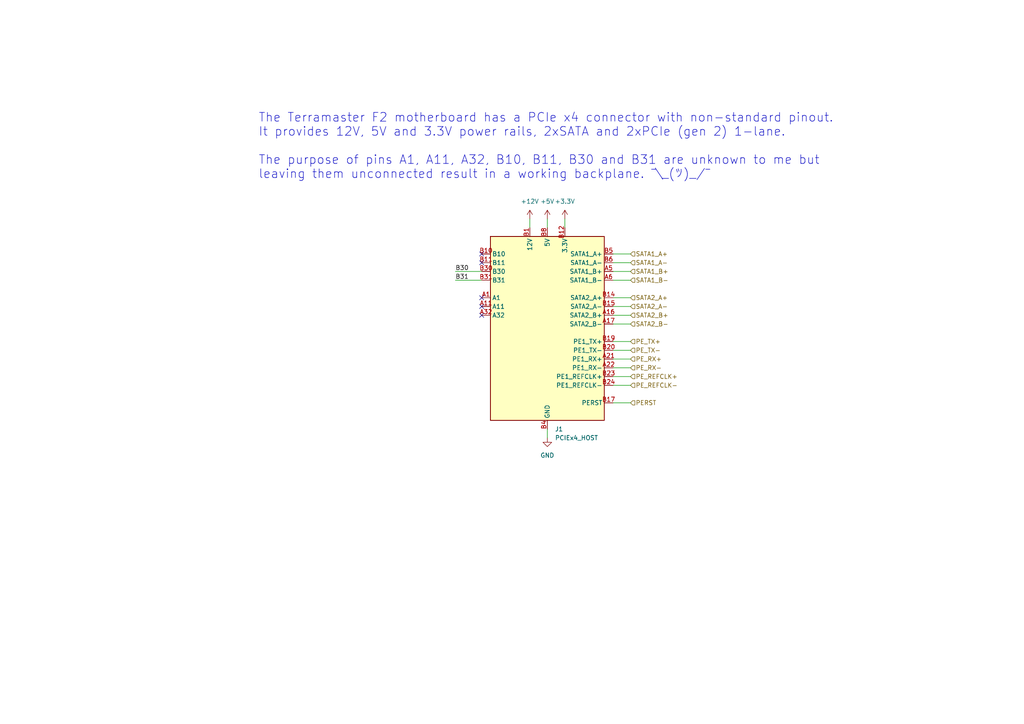
<source format=kicad_sch>
(kicad_sch
	(version 20250114)
	(generator "eeschema")
	(generator_version "9.0")
	(uuid "c4968856-88a1-49cc-b180-27249d3d5391")
	(paper "A4")
	(title_block
		(title "F3 Backplane Connector")
		(rev "1.0")
	)
	(lib_symbols
		(symbol "Connector_Backplane:PCIEx4_HOST"
			(exclude_from_sim no)
			(in_bom yes)
			(on_board yes)
			(property "Reference" "J"
				(at -15.24 21.59 0)
				(effects
					(font
						(size 1.27 1.27)
					)
				)
			)
			(property "Value" "PCIEx4_HOST"
				(at 6.35 0 0)
				(effects
					(font
						(size 1.27 1.27)
					)
				)
			)
			(property "Footprint" "Connector_Backplane:PCIEx4_HOST"
				(at 0 -12.7 0)
				(effects
					(font
						(size 1.27 1.27)
					)
					(hide yes)
				)
			)
			(property "Datasheet" ""
				(at 6.35 0 0)
				(effects
					(font
						(size 1.27 1.27)
					)
					(hide yes)
				)
			)
			(property "Description" ""
				(at 0 0 0)
				(effects
					(font
						(size 1.27 1.27)
					)
					(hide yes)
				)
			)
			(symbol "PCIEx4_HOST_0_1"
				(rectangle
					(start -16.51 17.78)
					(end 16.51 -35.56)
					(stroke
						(width 0.254)
						(type default)
					)
					(fill
						(type background)
					)
				)
			)
			(symbol "PCIEx4_HOST_1_1"
				(pin input line
					(at -19.05 12.7 0)
					(length 2.54)
					(name "B10"
						(effects
							(font
								(size 1.27 1.27)
							)
						)
					)
					(number "B10"
						(effects
							(font
								(size 1.27 1.27)
							)
						)
					)
				)
				(pin input line
					(at -19.05 10.16 0)
					(length 2.54)
					(name "B11"
						(effects
							(font
								(size 1.27 1.27)
							)
						)
					)
					(number "B11"
						(effects
							(font
								(size 1.27 1.27)
							)
						)
					)
				)
				(pin input line
					(at -19.05 7.62 0)
					(length 2.54)
					(name "B30"
						(effects
							(font
								(size 1.27 1.27)
							)
						)
					)
					(number "B30"
						(effects
							(font
								(size 1.27 1.27)
							)
						)
					)
				)
				(pin input line
					(at -19.05 5.08 0)
					(length 2.54)
					(name "B31"
						(effects
							(font
								(size 1.27 1.27)
							)
						)
					)
					(number "B31"
						(effects
							(font
								(size 1.27 1.27)
							)
						)
					)
				)
				(pin input line
					(at -19.05 0 0)
					(length 2.54)
					(name "A1"
						(effects
							(font
								(size 1.27 1.27)
							)
						)
					)
					(number "A1"
						(effects
							(font
								(size 1.27 1.27)
							)
						)
					)
				)
				(pin input line
					(at -19.05 -2.54 0)
					(length 2.54)
					(name "A11"
						(effects
							(font
								(size 1.27 1.27)
							)
						)
					)
					(number "A11"
						(effects
							(font
								(size 1.27 1.27)
							)
						)
					)
				)
				(pin input line
					(at -19.05 -5.08 0)
					(length 2.54)
					(name "A32"
						(effects
							(font
								(size 1.27 1.27)
							)
						)
					)
					(number "A32"
						(effects
							(font
								(size 1.27 1.27)
							)
						)
					)
				)
				(pin input line
					(at -5.08 20.32 270)
					(length 2.54)
					(hide yes)
					(name "12V"
						(effects
							(font
								(size 1.27 1.27)
							)
						)
					)
					(number "A2"
						(effects
							(font
								(size 1.27 1.27)
							)
						)
					)
				)
				(pin input line
					(at -5.08 20.32 270)
					(length 2.54)
					(hide yes)
					(name "12V"
						(effects
							(font
								(size 1.27 1.27)
							)
						)
					)
					(number "A3"
						(effects
							(font
								(size 1.27 1.27)
							)
						)
					)
				)
				(pin input line
					(at -5.08 20.32 270)
					(length 2.54)
					(name "12V"
						(effects
							(font
								(size 1.27 1.27)
							)
						)
					)
					(number "B1"
						(effects
							(font
								(size 1.27 1.27)
							)
						)
					)
				)
				(pin input line
					(at -5.08 20.32 270)
					(length 2.54)
					(hide yes)
					(name "12V"
						(effects
							(font
								(size 1.27 1.27)
							)
						)
					)
					(number "B2"
						(effects
							(font
								(size 1.27 1.27)
							)
						)
					)
				)
				(pin input line
					(at -5.08 20.32 270)
					(length 2.54)
					(hide yes)
					(name "12V"
						(effects
							(font
								(size 1.27 1.27)
							)
						)
					)
					(number "B3"
						(effects
							(font
								(size 1.27 1.27)
							)
						)
					)
				)
				(pin input line
					(at 0 20.32 270)
					(length 2.54)
					(hide yes)
					(name "5V"
						(effects
							(font
								(size 1.27 1.27)
							)
						)
					)
					(number "A10"
						(effects
							(font
								(size 1.27 1.27)
							)
						)
					)
				)
				(pin input line
					(at 0 20.32 270)
					(length 2.54)
					(hide yes)
					(name "5V"
						(effects
							(font
								(size 1.27 1.27)
							)
						)
					)
					(number "A8"
						(effects
							(font
								(size 1.27 1.27)
							)
						)
					)
				)
				(pin input line
					(at 0 20.32 270)
					(length 2.54)
					(hide yes)
					(name "5V"
						(effects
							(font
								(size 1.27 1.27)
							)
						)
					)
					(number "A9"
						(effects
							(font
								(size 1.27 1.27)
							)
						)
					)
				)
				(pin input line
					(at 0 20.32 270)
					(length 2.54)
					(name "5V"
						(effects
							(font
								(size 1.27 1.27)
							)
						)
					)
					(number "B8"
						(effects
							(font
								(size 1.27 1.27)
							)
						)
					)
				)
				(pin input line
					(at 0 20.32 270)
					(length 2.54)
					(hide yes)
					(name "5V"
						(effects
							(font
								(size 1.27 1.27)
							)
						)
					)
					(number "B9"
						(effects
							(font
								(size 1.27 1.27)
							)
						)
					)
				)
				(pin input line
					(at 0 -38.1 90)
					(length 2.54)
					(hide yes)
					(name "GND"
						(effects
							(font
								(size 1.27 1.27)
							)
						)
					)
					(number "A12"
						(effects
							(font
								(size 1.27 1.27)
							)
						)
					)
				)
				(pin input line
					(at 0 -38.1 90)
					(length 2.54)
					(hide yes)
					(name "GND"
						(effects
							(font
								(size 1.27 1.27)
							)
						)
					)
					(number "A15"
						(effects
							(font
								(size 1.27 1.27)
							)
						)
					)
				)
				(pin input line
					(at 0 -38.1 90)
					(length 2.54)
					(hide yes)
					(name "GND"
						(effects
							(font
								(size 1.27 1.27)
							)
						)
					)
					(number "A18"
						(effects
							(font
								(size 1.27 1.27)
							)
						)
					)
				)
				(pin input line
					(at 0 -38.1 90)
					(length 2.54)
					(hide yes)
					(name "GND"
						(effects
							(font
								(size 1.27 1.27)
							)
						)
					)
					(number "A20"
						(effects
							(font
								(size 1.27 1.27)
							)
						)
					)
				)
				(pin input line
					(at 0 -38.1 90)
					(length 2.54)
					(hide yes)
					(name "GND"
						(effects
							(font
								(size 1.27 1.27)
							)
						)
					)
					(number "A23"
						(effects
							(font
								(size 1.27 1.27)
							)
						)
					)
				)
				(pin input line
					(at 0 -38.1 90)
					(length 2.54)
					(hide yes)
					(name "GND"
						(effects
							(font
								(size 1.27 1.27)
							)
						)
					)
					(number "A24"
						(effects
							(font
								(size 1.27 1.27)
							)
						)
					)
				)
				(pin input line
					(at 0 -38.1 90)
					(length 2.54)
					(hide yes)
					(name "GND"
						(effects
							(font
								(size 1.27 1.27)
							)
						)
					)
					(number "A27"
						(effects
							(font
								(size 1.27 1.27)
							)
						)
					)
				)
				(pin input line
					(at 0 -38.1 90)
					(length 2.54)
					(hide yes)
					(name "GND"
						(effects
							(font
								(size 1.27 1.27)
							)
						)
					)
					(number "A28"
						(effects
							(font
								(size 1.27 1.27)
							)
						)
					)
				)
				(pin input line
					(at 0 -38.1 90)
					(length 2.54)
					(hide yes)
					(name "GND"
						(effects
							(font
								(size 1.27 1.27)
							)
						)
					)
					(number "A31"
						(effects
							(font
								(size 1.27 1.27)
							)
						)
					)
				)
				(pin input line
					(at 0 -38.1 90)
					(length 2.54)
					(hide yes)
					(name "GND"
						(effects
							(font
								(size 1.27 1.27)
							)
						)
					)
					(number "A4"
						(effects
							(font
								(size 1.27 1.27)
							)
						)
					)
				)
				(pin input line
					(at 0 -38.1 90)
					(length 2.54)
					(hide yes)
					(name "GND"
						(effects
							(font
								(size 1.27 1.27)
							)
						)
					)
					(number "B13"
						(effects
							(font
								(size 1.27 1.27)
							)
						)
					)
				)
				(pin input line
					(at 0 -38.1 90)
					(length 2.54)
					(hide yes)
					(name "GND"
						(effects
							(font
								(size 1.27 1.27)
							)
						)
					)
					(number "B16"
						(effects
							(font
								(size 1.27 1.27)
							)
						)
					)
				)
				(pin input line
					(at 0 -38.1 90)
					(length 2.54)
					(hide yes)
					(name "GND"
						(effects
							(font
								(size 1.27 1.27)
							)
						)
					)
					(number "B18"
						(effects
							(font
								(size 1.27 1.27)
							)
						)
					)
				)
				(pin input line
					(at 0 -38.1 90)
					(length 2.54)
					(hide yes)
					(name "GND"
						(effects
							(font
								(size 1.27 1.27)
							)
						)
					)
					(number "B21"
						(effects
							(font
								(size 1.27 1.27)
							)
						)
					)
				)
				(pin input line
					(at 0 -38.1 90)
					(length 2.54)
					(hide yes)
					(name "GND"
						(effects
							(font
								(size 1.27 1.27)
							)
						)
					)
					(number "B22"
						(effects
							(font
								(size 1.27 1.27)
							)
						)
					)
				)
				(pin input line
					(at 0 -38.1 90)
					(length 2.54)
					(hide yes)
					(name "GND"
						(effects
							(font
								(size 1.27 1.27)
							)
						)
					)
					(number "B25"
						(effects
							(font
								(size 1.27 1.27)
							)
						)
					)
				)
				(pin input line
					(at 0 -38.1 90)
					(length 2.54)
					(hide yes)
					(name "GND"
						(effects
							(font
								(size 1.27 1.27)
							)
						)
					)
					(number "B26"
						(effects
							(font
								(size 1.27 1.27)
							)
						)
					)
				)
				(pin input line
					(at 0 -38.1 90)
					(length 2.54)
					(hide yes)
					(name "GND"
						(effects
							(font
								(size 1.27 1.27)
							)
						)
					)
					(number "B29"
						(effects
							(font
								(size 1.27 1.27)
							)
						)
					)
				)
				(pin input line
					(at 0 -38.1 90)
					(length 2.54)
					(hide yes)
					(name "GND"
						(effects
							(font
								(size 1.27 1.27)
							)
						)
					)
					(number "B32"
						(effects
							(font
								(size 1.27 1.27)
							)
						)
					)
				)
				(pin input line
					(at 0 -38.1 90)
					(length 2.54)
					(name "GND"
						(effects
							(font
								(size 1.27 1.27)
							)
						)
					)
					(number "B4"
						(effects
							(font
								(size 1.27 1.27)
							)
						)
					)
				)
				(pin input line
					(at 0 -38.1 90)
					(length 2.54)
					(hide yes)
					(name "GND"
						(effects
							(font
								(size 1.27 1.27)
							)
						)
					)
					(number "B7"
						(effects
							(font
								(size 1.27 1.27)
							)
						)
					)
				)
				(pin input line
					(at 5.08 20.32 270)
					(length 2.54)
					(hide yes)
					(name "3.3V"
						(effects
							(font
								(size 1.27 1.27)
							)
						)
					)
					(number "A13"
						(effects
							(font
								(size 1.27 1.27)
							)
						)
					)
				)
				(pin input line
					(at 5.08 20.32 270)
					(length 2.54)
					(hide yes)
					(name "3.3V"
						(effects
							(font
								(size 1.27 1.27)
							)
						)
					)
					(number "A14"
						(effects
							(font
								(size 1.27 1.27)
							)
						)
					)
				)
				(pin input line
					(at 5.08 20.32 270)
					(length 2.54)
					(name "3.3V"
						(effects
							(font
								(size 1.27 1.27)
							)
						)
					)
					(number "B12"
						(effects
							(font
								(size 1.27 1.27)
							)
						)
					)
				)
				(pin input line
					(at 19.05 12.7 180)
					(length 2.54)
					(name "SATA1_A+"
						(effects
							(font
								(size 1.27 1.27)
							)
						)
					)
					(number "B5"
						(effects
							(font
								(size 1.27 1.27)
							)
						)
					)
				)
				(pin input line
					(at 19.05 10.16 180)
					(length 2.54)
					(name "SATA1_A-"
						(effects
							(font
								(size 1.27 1.27)
							)
						)
					)
					(number "B6"
						(effects
							(font
								(size 1.27 1.27)
							)
						)
					)
				)
				(pin input line
					(at 19.05 7.62 180)
					(length 2.54)
					(name "SATA1_B+"
						(effects
							(font
								(size 1.27 1.27)
							)
						)
					)
					(number "A5"
						(effects
							(font
								(size 1.27 1.27)
							)
						)
					)
				)
				(pin input line
					(at 19.05 5.08 180)
					(length 2.54)
					(name "SATA1_B-"
						(effects
							(font
								(size 1.27 1.27)
							)
						)
					)
					(number "A6"
						(effects
							(font
								(size 1.27 1.27)
							)
						)
					)
				)
				(pin input line
					(at 19.05 0 180)
					(length 2.54)
					(name "SATA2_A+"
						(effects
							(font
								(size 1.27 1.27)
							)
						)
					)
					(number "B14"
						(effects
							(font
								(size 1.27 1.27)
							)
						)
					)
				)
				(pin input line
					(at 19.05 -2.54 180)
					(length 2.54)
					(name "SATA2_A-"
						(effects
							(font
								(size 1.27 1.27)
							)
						)
					)
					(number "B15"
						(effects
							(font
								(size 1.27 1.27)
							)
						)
					)
				)
				(pin input line
					(at 19.05 -5.08 180)
					(length 2.54)
					(name "SATA2_B+"
						(effects
							(font
								(size 1.27 1.27)
							)
						)
					)
					(number "A16"
						(effects
							(font
								(size 1.27 1.27)
							)
						)
					)
				)
				(pin input line
					(at 19.05 -7.62 180)
					(length 2.54)
					(name "SATA2_B-"
						(effects
							(font
								(size 1.27 1.27)
							)
						)
					)
					(number "A17"
						(effects
							(font
								(size 1.27 1.27)
							)
						)
					)
				)
				(pin input line
					(at 19.05 -12.7 180)
					(length 2.54)
					(name "PE1_TX+"
						(effects
							(font
								(size 1.27 1.27)
							)
						)
					)
					(number "B19"
						(effects
							(font
								(size 1.27 1.27)
							)
						)
					)
				)
				(pin input line
					(at 19.05 -15.24 180)
					(length 2.54)
					(name "PE1_TX-"
						(effects
							(font
								(size 1.27 1.27)
							)
						)
					)
					(number "B20"
						(effects
							(font
								(size 1.27 1.27)
							)
						)
					)
				)
				(pin input line
					(at 19.05 -17.78 180)
					(length 2.54)
					(name "PE1_RX+"
						(effects
							(font
								(size 1.27 1.27)
							)
						)
					)
					(number "A21"
						(effects
							(font
								(size 1.27 1.27)
							)
						)
					)
				)
				(pin input line
					(at 19.05 -20.32 180)
					(length 2.54)
					(name "PE1_RX-"
						(effects
							(font
								(size 1.27 1.27)
							)
						)
					)
					(number "A22"
						(effects
							(font
								(size 1.27 1.27)
							)
						)
					)
				)
				(pin input line
					(at 19.05 -22.86 180)
					(length 2.54)
					(name "PE1_REFCLK+"
						(effects
							(font
								(size 1.27 1.27)
							)
						)
					)
					(number "B23"
						(effects
							(font
								(size 1.27 1.27)
							)
						)
					)
				)
				(pin input line
					(at 19.05 -25.4 180)
					(length 2.54)
					(name "PE1_REFCLK-"
						(effects
							(font
								(size 1.27 1.27)
							)
						)
					)
					(number "B24"
						(effects
							(font
								(size 1.27 1.27)
							)
						)
					)
				)
				(pin input line
					(at 19.05 -30.48 180)
					(length 2.54)
					(name "PERST"
						(effects
							(font
								(size 1.27 1.27)
							)
						)
					)
					(number "B17"
						(effects
							(font
								(size 1.27 1.27)
							)
						)
					)
				)
			)
			(embedded_fonts no)
		)
		(symbol "power:+12V"
			(power)
			(pin_names
				(offset 0)
			)
			(exclude_from_sim no)
			(in_bom yes)
			(on_board yes)
			(property "Reference" "#PWR"
				(at 0 -3.81 0)
				(effects
					(font
						(size 1.27 1.27)
					)
					(hide yes)
				)
			)
			(property "Value" "+12V"
				(at 0 3.556 0)
				(effects
					(font
						(size 1.27 1.27)
					)
				)
			)
			(property "Footprint" ""
				(at 0 0 0)
				(effects
					(font
						(size 1.27 1.27)
					)
					(hide yes)
				)
			)
			(property "Datasheet" ""
				(at 0 0 0)
				(effects
					(font
						(size 1.27 1.27)
					)
					(hide yes)
				)
			)
			(property "Description" "Power symbol creates a global label with name \"+12V\""
				(at 0 0 0)
				(effects
					(font
						(size 1.27 1.27)
					)
					(hide yes)
				)
			)
			(property "ki_keywords" "global power"
				(at 0 0 0)
				(effects
					(font
						(size 1.27 1.27)
					)
					(hide yes)
				)
			)
			(symbol "+12V_0_1"
				(polyline
					(pts
						(xy -0.762 1.27) (xy 0 2.54)
					)
					(stroke
						(width 0)
						(type default)
					)
					(fill
						(type none)
					)
				)
				(polyline
					(pts
						(xy 0 2.54) (xy 0.762 1.27)
					)
					(stroke
						(width 0)
						(type default)
					)
					(fill
						(type none)
					)
				)
				(polyline
					(pts
						(xy 0 0) (xy 0 2.54)
					)
					(stroke
						(width 0)
						(type default)
					)
					(fill
						(type none)
					)
				)
			)
			(symbol "+12V_1_1"
				(pin power_in line
					(at 0 0 90)
					(length 0)
					(hide yes)
					(name "+12V"
						(effects
							(font
								(size 1.27 1.27)
							)
						)
					)
					(number "1"
						(effects
							(font
								(size 1.27 1.27)
							)
						)
					)
				)
			)
			(embedded_fonts no)
		)
		(symbol "power:+3.3V"
			(power)
			(pin_names
				(offset 0)
			)
			(exclude_from_sim no)
			(in_bom yes)
			(on_board yes)
			(property "Reference" "#PWR"
				(at 0 -3.81 0)
				(effects
					(font
						(size 1.27 1.27)
					)
					(hide yes)
				)
			)
			(property "Value" "+3.3V"
				(at 0 3.556 0)
				(effects
					(font
						(size 1.27 1.27)
					)
				)
			)
			(property "Footprint" ""
				(at 0 0 0)
				(effects
					(font
						(size 1.27 1.27)
					)
					(hide yes)
				)
			)
			(property "Datasheet" ""
				(at 0 0 0)
				(effects
					(font
						(size 1.27 1.27)
					)
					(hide yes)
				)
			)
			(property "Description" "Power symbol creates a global label with name \"+3.3V\""
				(at 0 0 0)
				(effects
					(font
						(size 1.27 1.27)
					)
					(hide yes)
				)
			)
			(property "ki_keywords" "global power"
				(at 0 0 0)
				(effects
					(font
						(size 1.27 1.27)
					)
					(hide yes)
				)
			)
			(symbol "+3.3V_0_1"
				(polyline
					(pts
						(xy -0.762 1.27) (xy 0 2.54)
					)
					(stroke
						(width 0)
						(type default)
					)
					(fill
						(type none)
					)
				)
				(polyline
					(pts
						(xy 0 2.54) (xy 0.762 1.27)
					)
					(stroke
						(width 0)
						(type default)
					)
					(fill
						(type none)
					)
				)
				(polyline
					(pts
						(xy 0 0) (xy 0 2.54)
					)
					(stroke
						(width 0)
						(type default)
					)
					(fill
						(type none)
					)
				)
			)
			(symbol "+3.3V_1_1"
				(pin power_in line
					(at 0 0 90)
					(length 0)
					(hide yes)
					(name "+3.3V"
						(effects
							(font
								(size 1.27 1.27)
							)
						)
					)
					(number "1"
						(effects
							(font
								(size 1.27 1.27)
							)
						)
					)
				)
			)
			(embedded_fonts no)
		)
		(symbol "power:+5V"
			(power)
			(pin_names
				(offset 0)
			)
			(exclude_from_sim no)
			(in_bom yes)
			(on_board yes)
			(property "Reference" "#PWR"
				(at 0 -3.81 0)
				(effects
					(font
						(size 1.27 1.27)
					)
					(hide yes)
				)
			)
			(property "Value" "+5V"
				(at 0 3.556 0)
				(effects
					(font
						(size 1.27 1.27)
					)
				)
			)
			(property "Footprint" ""
				(at 0 0 0)
				(effects
					(font
						(size 1.27 1.27)
					)
					(hide yes)
				)
			)
			(property "Datasheet" ""
				(at 0 0 0)
				(effects
					(font
						(size 1.27 1.27)
					)
					(hide yes)
				)
			)
			(property "Description" "Power symbol creates a global label with name \"+5V\""
				(at 0 0 0)
				(effects
					(font
						(size 1.27 1.27)
					)
					(hide yes)
				)
			)
			(property "ki_keywords" "global power"
				(at 0 0 0)
				(effects
					(font
						(size 1.27 1.27)
					)
					(hide yes)
				)
			)
			(symbol "+5V_0_1"
				(polyline
					(pts
						(xy -0.762 1.27) (xy 0 2.54)
					)
					(stroke
						(width 0)
						(type default)
					)
					(fill
						(type none)
					)
				)
				(polyline
					(pts
						(xy 0 2.54) (xy 0.762 1.27)
					)
					(stroke
						(width 0)
						(type default)
					)
					(fill
						(type none)
					)
				)
				(polyline
					(pts
						(xy 0 0) (xy 0 2.54)
					)
					(stroke
						(width 0)
						(type default)
					)
					(fill
						(type none)
					)
				)
			)
			(symbol "+5V_1_1"
				(pin power_in line
					(at 0 0 90)
					(length 0)
					(hide yes)
					(name "+5V"
						(effects
							(font
								(size 1.27 1.27)
							)
						)
					)
					(number "1"
						(effects
							(font
								(size 1.27 1.27)
							)
						)
					)
				)
			)
			(embedded_fonts no)
		)
		(symbol "power:GND"
			(power)
			(pin_names
				(offset 0)
			)
			(exclude_from_sim no)
			(in_bom yes)
			(on_board yes)
			(property "Reference" "#PWR"
				(at 0 -6.35 0)
				(effects
					(font
						(size 1.27 1.27)
					)
					(hide yes)
				)
			)
			(property "Value" "GND"
				(at 0 -3.81 0)
				(effects
					(font
						(size 1.27 1.27)
					)
				)
			)
			(property "Footprint" ""
				(at 0 0 0)
				(effects
					(font
						(size 1.27 1.27)
					)
					(hide yes)
				)
			)
			(property "Datasheet" ""
				(at 0 0 0)
				(effects
					(font
						(size 1.27 1.27)
					)
					(hide yes)
				)
			)
			(property "Description" "Power symbol creates a global label with name \"GND\" , ground"
				(at 0 0 0)
				(effects
					(font
						(size 1.27 1.27)
					)
					(hide yes)
				)
			)
			(property "ki_keywords" "global power"
				(at 0 0 0)
				(effects
					(font
						(size 1.27 1.27)
					)
					(hide yes)
				)
			)
			(symbol "GND_0_1"
				(polyline
					(pts
						(xy 0 0) (xy 0 -1.27) (xy 1.27 -1.27) (xy 0 -2.54) (xy -1.27 -1.27) (xy 0 -1.27)
					)
					(stroke
						(width 0)
						(type default)
					)
					(fill
						(type none)
					)
				)
			)
			(symbol "GND_1_1"
				(pin power_in line
					(at 0 0 270)
					(length 0)
					(hide yes)
					(name "GND"
						(effects
							(font
								(size 1.27 1.27)
							)
						)
					)
					(number "1"
						(effects
							(font
								(size 1.27 1.27)
							)
						)
					)
				)
			)
			(embedded_fonts no)
		)
	)
	(text "The Terramaster F2 motherboard has a PCIe x4 connector with non-standard pinout.\nIt provides 12V, 5V and 3.3V power rails, 2xSATA and 2xPCIe (gen 2) 1-lane.\n\nThe purpose of pins A1, A11, A32, B10, B11, B30 and B31 are unknown to me but\nleaving them unconnected result in a working backplane. ¯\\_(ツ)_/¯"
		(exclude_from_sim no)
		(at 74.93 52.07 0)
		(effects
			(font
				(size 2.54 2.54)
			)
			(justify left bottom)
		)
		(uuid "f43b9ac3-e735-4e76-bb9e-4b7c5e9630c9")
	)
	(no_connect
		(at 139.7 86.36)
		(uuid "0122ea8f-21a7-4a79-9fb8-41ba7583860f")
	)
	(no_connect
		(at 139.7 73.66)
		(uuid "19ebe2c2-99ab-4ce4-9206-c8fdfa3dc5a2")
	)
	(no_connect
		(at 139.7 91.44)
		(uuid "32b29643-0b0e-4dd0-a86a-d830bbde73a0")
	)
	(no_connect
		(at 139.7 76.2)
		(uuid "471d4fdc-9cbd-4584-b7c3-73748f48723c")
	)
	(no_connect
		(at 139.7 88.9)
		(uuid "a18249e6-9b09-45cf-9c87-770bdd4f54ca")
	)
	(wire
		(pts
			(xy 177.8 73.66) (xy 182.88 73.66)
		)
		(stroke
			(width 0)
			(type default)
		)
		(uuid "0ed0a537-1cbc-43ab-8ada-58ecf8cb27ad")
	)
	(wire
		(pts
			(xy 177.8 88.9) (xy 182.88 88.9)
		)
		(stroke
			(width 0)
			(type default)
		)
		(uuid "33fbc5a6-c680-4249-ba13-0e485f7d8bd0")
	)
	(wire
		(pts
			(xy 153.67 63.5) (xy 153.67 66.04)
		)
		(stroke
			(width 0)
			(type default)
		)
		(uuid "3b6c7c99-8543-44ca-9a9b-72d0eabf37f3")
	)
	(wire
		(pts
			(xy 177.8 101.6) (xy 182.88 101.6)
		)
		(stroke
			(width 0)
			(type default)
		)
		(uuid "3f57e4ee-e03e-47ff-98c7-237d5b1a2008")
	)
	(wire
		(pts
			(xy 177.8 91.44) (xy 182.88 91.44)
		)
		(stroke
			(width 0)
			(type default)
		)
		(uuid "43680862-d6f8-4346-9213-c59b27345042")
	)
	(wire
		(pts
			(xy 177.8 93.98) (xy 182.88 93.98)
		)
		(stroke
			(width 0)
			(type default)
		)
		(uuid "47dd0ae1-f3a3-4330-a31c-9d5996f2ec43")
	)
	(wire
		(pts
			(xy 158.75 63.5) (xy 158.75 66.04)
		)
		(stroke
			(width 0)
			(type default)
		)
		(uuid "496903d1-fee9-427b-b43c-b640838d4312")
	)
	(wire
		(pts
			(xy 177.8 109.22) (xy 182.88 109.22)
		)
		(stroke
			(width 0)
			(type default)
		)
		(uuid "58db041a-8240-43e4-81ad-a29629f06d16")
	)
	(wire
		(pts
			(xy 177.8 78.74) (xy 182.88 78.74)
		)
		(stroke
			(width 0)
			(type default)
		)
		(uuid "6419acc2-75c6-496d-b9ce-79db6268e929")
	)
	(wire
		(pts
			(xy 177.8 76.2) (xy 182.88 76.2)
		)
		(stroke
			(width 0)
			(type default)
		)
		(uuid "65cbcd3d-af31-4f86-8536-84cf9d9c04d6")
	)
	(wire
		(pts
			(xy 158.75 124.46) (xy 158.75 127)
		)
		(stroke
			(width 0)
			(type default)
		)
		(uuid "7bd70a2b-8200-4187-a5a9-7c376d99a300")
	)
	(wire
		(pts
			(xy 177.8 86.36) (xy 182.88 86.36)
		)
		(stroke
			(width 0)
			(type default)
		)
		(uuid "881dd369-7e1c-473a-bde3-ce9c866e5a31")
	)
	(wire
		(pts
			(xy 177.8 81.28) (xy 182.88 81.28)
		)
		(stroke
			(width 0)
			(type default)
		)
		(uuid "94e4c3d9-4a88-4e08-b7b3-b4f57407ef14")
	)
	(wire
		(pts
			(xy 132.08 81.28) (xy 139.7 81.28)
		)
		(stroke
			(width 0)
			(type default)
		)
		(uuid "99d9edc5-a242-4610-bd24-1bcfa42ae8bb")
	)
	(wire
		(pts
			(xy 177.8 116.84) (xy 182.88 116.84)
		)
		(stroke
			(width 0)
			(type default)
		)
		(uuid "b27c71e2-245b-471a-a4d3-026a8e6a394d")
	)
	(wire
		(pts
			(xy 177.8 104.14) (xy 182.88 104.14)
		)
		(stroke
			(width 0)
			(type default)
		)
		(uuid "bc3187de-9b34-413e-ab47-4ebff7369dfa")
	)
	(wire
		(pts
			(xy 163.83 63.5) (xy 163.83 66.04)
		)
		(stroke
			(width 0)
			(type default)
		)
		(uuid "bef3ea6f-eee2-4976-b2e4-783b0fc0c362")
	)
	(wire
		(pts
			(xy 177.8 106.68) (xy 182.88 106.68)
		)
		(stroke
			(width 0)
			(type default)
		)
		(uuid "c0236fb9-30ed-4562-8d97-aa579a74a97f")
	)
	(wire
		(pts
			(xy 132.08 78.74) (xy 139.7 78.74)
		)
		(stroke
			(width 0)
			(type default)
		)
		(uuid "c79955eb-1e4f-4cfe-b425-baa06fbae2b1")
	)
	(wire
		(pts
			(xy 177.8 111.76) (xy 182.88 111.76)
		)
		(stroke
			(width 0)
			(type default)
		)
		(uuid "c943a49c-b3b7-4221-9c25-8f9c4833d778")
	)
	(wire
		(pts
			(xy 177.8 99.06) (xy 182.88 99.06)
		)
		(stroke
			(width 0)
			(type default)
		)
		(uuid "d4397a5f-74cb-4a4e-a4f1-bdca2c77e890")
	)
	(label "B30"
		(at 132.08 78.74 0)
		(effects
			(font
				(size 1.27 1.27)
			)
			(justify left bottom)
		)
		(uuid "16b400f2-c436-4c48-a998-59ffe7cb0b78")
	)
	(label "B31"
		(at 132.08 81.28 0)
		(effects
			(font
				(size 1.27 1.27)
			)
			(justify left bottom)
		)
		(uuid "a0ad3137-0e7f-4864-9d4b-ba5902ceca93")
	)
	(hierarchical_label "PE_TX+"
		(shape input)
		(at 182.88 99.06 0)
		(effects
			(font
				(size 1.27 1.27)
			)
			(justify left)
		)
		(uuid "03fd8d28-b22a-416f-8145-9496571dcc40")
	)
	(hierarchical_label "SATA1_B+"
		(shape input)
		(at 182.88 78.74 0)
		(effects
			(font
				(size 1.27 1.27)
			)
			(justify left)
		)
		(uuid "254051fe-286f-4650-8355-9dc8f775727b")
	)
	(hierarchical_label "PE_REFCLK-"
		(shape input)
		(at 182.88 111.76 0)
		(effects
			(font
				(size 1.27 1.27)
			)
			(justify left)
		)
		(uuid "2a52918d-4644-4780-bf06-75c8bbac016b")
	)
	(hierarchical_label "SATA1_B-"
		(shape input)
		(at 182.88 81.28 0)
		(effects
			(font
				(size 1.27 1.27)
			)
			(justify left)
		)
		(uuid "307d4200-ac83-4e79-b3c2-5d87f766046b")
	)
	(hierarchical_label "PE_TX-"
		(shape input)
		(at 182.88 101.6 0)
		(effects
			(font
				(size 1.27 1.27)
			)
			(justify left)
		)
		(uuid "4b85878b-9fff-4f13-b5eb-9703f06067ea")
	)
	(hierarchical_label "PERST"
		(shape input)
		(at 182.88 116.84 0)
		(effects
			(font
				(size 1.27 1.27)
			)
			(justify left)
		)
		(uuid "5fc479e8-859e-4006-828c-d0ec81ad5d05")
	)
	(hierarchical_label "PE_RX+"
		(shape input)
		(at 182.88 104.14 0)
		(effects
			(font
				(size 1.27 1.27)
			)
			(justify left)
		)
		(uuid "650386f4-9130-453f-9682-e364ec160eaa")
	)
	(hierarchical_label "PE_RX-"
		(shape input)
		(at 182.88 106.68 0)
		(effects
			(font
				(size 1.27 1.27)
			)
			(justify left)
		)
		(uuid "65ea9f55-84bc-407e-9376-f3cd08bdcd65")
	)
	(hierarchical_label "SATA2_A+"
		(shape input)
		(at 182.88 86.36 0)
		(effects
			(font
				(size 1.27 1.27)
			)
			(justify left)
		)
		(uuid "7821d001-bca5-4a54-ac84-98300b559709")
	)
	(hierarchical_label "SATA2_A-"
		(shape input)
		(at 182.88 88.9 0)
		(effects
			(font
				(size 1.27 1.27)
			)
			(justify left)
		)
		(uuid "8daee3c1-7821-403c-bef4-d55508286b99")
	)
	(hierarchical_label "SATA1_A+"
		(shape input)
		(at 182.88 73.66 0)
		(effects
			(font
				(size 1.27 1.27)
			)
			(justify left)
		)
		(uuid "8ffae21c-8024-44a2-a5be-8561dd7a3a15")
	)
	(hierarchical_label "SATA2_B-"
		(shape input)
		(at 182.88 93.98 0)
		(effects
			(font
				(size 1.27 1.27)
			)
			(justify left)
		)
		(uuid "ba549147-08c4-4800-925e-4d1a2438f019")
	)
	(hierarchical_label "PE_REFCLK+"
		(shape input)
		(at 182.88 109.22 0)
		(effects
			(font
				(size 1.27 1.27)
			)
			(justify left)
		)
		(uuid "f3c59f98-7e41-41ea-bff1-fbd1830ba32e")
	)
	(hierarchical_label "SATA1_A-"
		(shape input)
		(at 182.88 76.2 0)
		(effects
			(font
				(size 1.27 1.27)
			)
			(justify left)
		)
		(uuid "f64c3bfc-a9ad-40a9-a7df-00d8a8d34699")
	)
	(hierarchical_label "SATA2_B+"
		(shape input)
		(at 182.88 91.44 0)
		(effects
			(font
				(size 1.27 1.27)
			)
			(justify left)
		)
		(uuid "f6894a9f-6875-41db-a97e-e1cd98ab6882")
	)
	(symbol
		(lib_id "power:+3.3V")
		(at 163.83 63.5 0)
		(unit 1)
		(exclude_from_sim no)
		(in_bom yes)
		(on_board yes)
		(dnp no)
		(fields_autoplaced yes)
		(uuid "25a5cd4b-e98d-48f2-a131-b21a7875d56e")
		(property "Reference" "#PWR06"
			(at 163.83 67.31 0)
			(effects
				(font
					(size 1.27 1.27)
				)
				(hide yes)
			)
		)
		(property "Value" "+3.3V"
			(at 163.83 58.42 0)
			(effects
				(font
					(size 1.27 1.27)
				)
			)
		)
		(property "Footprint" ""
			(at 163.83 63.5 0)
			(effects
				(font
					(size 1.27 1.27)
				)
				(hide yes)
			)
		)
		(property "Datasheet" ""
			(at 163.83 63.5 0)
			(effects
				(font
					(size 1.27 1.27)
				)
				(hide yes)
			)
		)
		(property "Description" ""
			(at 163.83 63.5 0)
			(effects
				(font
					(size 1.27 1.27)
				)
			)
		)
		(pin "1"
			(uuid "897d716e-3735-4ca6-9921-f0e2950b5eda")
		)
		(instances
			(project "f3_backplane"
				(path "/a299def6-d097-4d1a-85e0-73dfb51409a1/25826575-b045-4462-b24e-402579bc081c"
					(reference "#PWR06")
					(unit 1)
				)
			)
		)
	)
	(symbol
		(lib_id "power:+12V")
		(at 153.67 63.5 0)
		(unit 1)
		(exclude_from_sim no)
		(in_bom yes)
		(on_board yes)
		(dnp no)
		(fields_autoplaced yes)
		(uuid "25c0c2ae-e50d-4c85-be8d-8ace0647d2b1")
		(property "Reference" "#PWR01"
			(at 153.67 67.31 0)
			(effects
				(font
					(size 1.27 1.27)
				)
				(hide yes)
			)
		)
		(property "Value" "+12V"
			(at 153.67 58.42 0)
			(effects
				(font
					(size 1.27 1.27)
				)
			)
		)
		(property "Footprint" ""
			(at 153.67 63.5 0)
			(effects
				(font
					(size 1.27 1.27)
				)
				(hide yes)
			)
		)
		(property "Datasheet" ""
			(at 153.67 63.5 0)
			(effects
				(font
					(size 1.27 1.27)
				)
				(hide yes)
			)
		)
		(property "Description" ""
			(at 153.67 63.5 0)
			(effects
				(font
					(size 1.27 1.27)
				)
			)
		)
		(pin "1"
			(uuid "212d8303-94b4-4f46-b252-1b5827f73a55")
		)
		(instances
			(project "f3_backplane"
				(path "/a299def6-d097-4d1a-85e0-73dfb51409a1/25826575-b045-4462-b24e-402579bc081c"
					(reference "#PWR01")
					(unit 1)
				)
			)
		)
	)
	(symbol
		(lib_id "Connector_Backplane:PCIEx4_HOST")
		(at 158.75 86.36 0)
		(unit 1)
		(exclude_from_sim no)
		(in_bom no)
		(on_board yes)
		(dnp no)
		(fields_autoplaced yes)
		(uuid "299fc794-05a9-4f7a-b50e-311c70f610a6")
		(property "Reference" "J1"
			(at 160.9441 124.46 0)
			(effects
				(font
					(size 1.27 1.27)
				)
				(justify left)
			)
		)
		(property "Value" "PCIEx4_HOST"
			(at 160.9441 127 0)
			(effects
				(font
					(size 1.27 1.27)
				)
				(justify left)
			)
		)
		(property "Footprint" "Connector_Backplane:PCIEx4_HOST"
			(at 158.75 99.06 0)
			(effects
				(font
					(size 1.27 1.27)
				)
				(hide yes)
			)
		)
		(property "Datasheet" ""
			(at 165.1 86.36 0)
			(effects
				(font
					(size 1.27 1.27)
				)
				(hide yes)
			)
		)
		(property "Description" ""
			(at 158.75 86.36 0)
			(effects
				(font
					(size 1.27 1.27)
				)
			)
		)
		(pin "B21"
			(uuid "2306ef34-ec74-4d55-9028-8ee6dfd51189")
		)
		(pin "B17"
			(uuid "e6ac047d-6d6d-4a32-96b3-93895db932ef")
		)
		(pin "A27"
			(uuid "412979cd-2cdc-4086-9b50-607f727c0924")
		)
		(pin "A6"
			(uuid "c8e8723d-c679-4db6-b650-89f565b7cb20")
		)
		(pin "B22"
			(uuid "bdb784eb-082d-4b7a-a1fd-d450eac7feca")
		)
		(pin "B15"
			(uuid "52f952a1-b456-4734-8d11-92fa5bb86b41")
		)
		(pin "A28"
			(uuid "246a92ba-69c5-43a7-91e3-137d0df6ca7f")
		)
		(pin "A3"
			(uuid "38763d02-5eda-4713-8b97-db5f29181d92")
		)
		(pin "B19"
			(uuid "428001d3-1e9c-4090-88f0-7751af3040b5")
		)
		(pin "B12"
			(uuid "9296efba-0cb8-460b-a561-13da46910556")
		)
		(pin "B13"
			(uuid "f9f72316-1070-405a-835e-21cdb4de3210")
		)
		(pin "A31"
			(uuid "8a8f626b-383b-4636-8e90-f72ff33d15d3")
		)
		(pin "B31"
			(uuid "ea2f1c5f-80b5-416e-a420-e9cb75b68076")
		)
		(pin "A8"
			(uuid "a1e0156e-3280-4df9-963c-fc8f479327cb")
		)
		(pin "A2"
			(uuid "c3408fbb-0d4d-446f-b077-1dbe2730ca63")
		)
		(pin "A18"
			(uuid "5a2b5952-b711-4598-80bb-7c1ab7076cb6")
		)
		(pin "B9"
			(uuid "012b4e3d-9aff-4602-a40e-1ee89143dd02")
		)
		(pin "A17"
			(uuid "66548c7e-90cc-455c-a53e-8504d540c62f")
		)
		(pin "B10"
			(uuid "ea9175c4-ae9b-464b-be07-d8ede0f64f4e")
		)
		(pin "B7"
			(uuid "1ac38bea-6ca5-4712-bb35-5138bdbdd64f")
		)
		(pin "B16"
			(uuid "2e86dc4b-1f54-4e2d-b6e8-9b83a6a4720a")
		)
		(pin "B24"
			(uuid "5c75fbb1-7473-4c95-a1f9-59c5143aad5e")
		)
		(pin "B6"
			(uuid "948fc969-c428-4a65-8c90-ff0982d7717f")
		)
		(pin "A20"
			(uuid "e8f7d855-359f-458f-a0dd-a5c19d6f58a0")
		)
		(pin "B11"
			(uuid "e9b49840-df39-4159-8c66-ddb5df6011b1")
		)
		(pin "B8"
			(uuid "41a19240-c7b7-4b2f-b4f9-ca7576b0cb33")
		)
		(pin "B18"
			(uuid "aec45fb6-7f94-418b-a72d-a71ee3e3cfea")
		)
		(pin "A32"
			(uuid "5d9e3c14-8e88-4845-93c5-11f2db281a53")
		)
		(pin "B23"
			(uuid "fdcb0b09-578e-4a93-a403-f0eb87a5490c")
		)
		(pin "A16"
			(uuid "8394768c-8384-4f3a-8819-fc47e245ac82")
		)
		(pin "B2"
			(uuid "196aa439-64a2-4c25-a544-8e0e3537cbb6")
		)
		(pin "B14"
			(uuid "93091da5-857d-4380-8039-c25833aee1a9")
		)
		(pin "A10"
			(uuid "ae1ade87-e90d-4c58-861a-1160d76e1bcc")
		)
		(pin "A12"
			(uuid "74f73470-d70e-4232-9c7e-5f5c8103020a")
		)
		(pin "A13"
			(uuid "02406166-2634-4eee-b473-d6eaa15638b2")
		)
		(pin "A11"
			(uuid "3176a7c5-5057-4523-aa33-a6f3fce3b7b2")
		)
		(pin "A14"
			(uuid "c4a7b045-101e-44ee-bf05-7e43125b5546")
		)
		(pin "B20"
			(uuid "0409ed68-8840-4607-b007-f043b65cf1e9")
		)
		(pin "A15"
			(uuid "17283a68-6d00-4f4e-80c3-68db1c153414")
		)
		(pin "B29"
			(uuid "f499fb61-28a5-4ada-8096-aa0feb56be52")
		)
		(pin "B25"
			(uuid "d77b7560-b748-4dbc-a1ef-62925a9f5790")
		)
		(pin "A21"
			(uuid "791e19af-cbd1-4427-a762-00b01fd3617d")
		)
		(pin "A22"
			(uuid "c045d130-2c68-45ad-86a7-6a8ba9e39ec1")
		)
		(pin "A4"
			(uuid "cfc47864-9202-4829-a592-a3ea36cb1e3b")
		)
		(pin "A1"
			(uuid "4441c240-2b22-45db-86f6-fd410286d8a2")
		)
		(pin "B3"
			(uuid "56b2e7dd-207a-4253-8f8f-8e85a78cc69e")
		)
		(pin "A24"
			(uuid "1a2a8389-9546-40a0-981b-158bd8185168")
		)
		(pin "B5"
			(uuid "8e968956-1a52-4dd7-9a96-b32d6cc89314")
		)
		(pin "B32"
			(uuid "894939c9-552e-49b7-a7bd-d706d16d22de")
		)
		(pin "B26"
			(uuid "2a1e2360-668d-49fb-9499-f7afdef1aea4")
		)
		(pin "B30"
			(uuid "e7b49ae9-ddde-477c-aed1-717644b682c4")
		)
		(pin "B4"
			(uuid "f491e655-85b4-4675-8cc4-803cb7951f40")
		)
		(pin "A9"
			(uuid "8b343ea3-e301-4425-9e84-30bf04770ab3")
		)
		(pin "A23"
			(uuid "73b97476-092f-4c8c-b517-a534f6ca385e")
		)
		(pin "A5"
			(uuid "e30b0457-e400-40ce-a110-5bf8c444d304")
		)
		(pin "B1"
			(uuid "4b268361-dfc3-4a47-9af4-a07e072eb059")
		)
		(instances
			(project "f3_backplane"
				(path "/a299def6-d097-4d1a-85e0-73dfb51409a1/25826575-b045-4462-b24e-402579bc081c"
					(reference "J1")
					(unit 1)
				)
			)
		)
	)
	(symbol
		(lib_id "power:+5V")
		(at 158.75 63.5 0)
		(unit 1)
		(exclude_from_sim no)
		(in_bom yes)
		(on_board yes)
		(dnp no)
		(fields_autoplaced yes)
		(uuid "ce472b9a-0723-4ff6-ab1c-2e7c59c47bc4")
		(property "Reference" "#PWR02"
			(at 158.75 67.31 0)
			(effects
				(font
					(size 1.27 1.27)
				)
				(hide yes)
			)
		)
		(property "Value" "+5V"
			(at 158.75 58.42 0)
			(effects
				(font
					(size 1.27 1.27)
				)
			)
		)
		(property "Footprint" ""
			(at 158.75 63.5 0)
			(effects
				(font
					(size 1.27 1.27)
				)
				(hide yes)
			)
		)
		(property "Datasheet" ""
			(at 158.75 63.5 0)
			(effects
				(font
					(size 1.27 1.27)
				)
				(hide yes)
			)
		)
		(property "Description" ""
			(at 158.75 63.5 0)
			(effects
				(font
					(size 1.27 1.27)
				)
			)
		)
		(pin "1"
			(uuid "ee99981e-9818-4f77-a5ab-8f5fae2f6db9")
		)
		(instances
			(project "f3_backplane"
				(path "/a299def6-d097-4d1a-85e0-73dfb51409a1/25826575-b045-4462-b24e-402579bc081c"
					(reference "#PWR02")
					(unit 1)
				)
			)
		)
	)
	(symbol
		(lib_id "power:GND")
		(at 158.75 127 0)
		(unit 1)
		(exclude_from_sim no)
		(in_bom yes)
		(on_board yes)
		(dnp no)
		(fields_autoplaced yes)
		(uuid "d9b1d883-52af-4896-947d-e93df02064f6")
		(property "Reference" "#PWR03"
			(at 158.75 133.35 0)
			(effects
				(font
					(size 1.27 1.27)
				)
				(hide yes)
			)
		)
		(property "Value" "GND"
			(at 158.75 132.08 0)
			(effects
				(font
					(size 1.27 1.27)
				)
			)
		)
		(property "Footprint" ""
			(at 158.75 127 0)
			(effects
				(font
					(size 1.27 1.27)
				)
				(hide yes)
			)
		)
		(property "Datasheet" ""
			(at 158.75 127 0)
			(effects
				(font
					(size 1.27 1.27)
				)
				(hide yes)
			)
		)
		(property "Description" ""
			(at 158.75 127 0)
			(effects
				(font
					(size 1.27 1.27)
				)
			)
		)
		(pin "1"
			(uuid "b91027e6-e3bc-48a6-b9a9-02f6e14b75aa")
		)
		(instances
			(project "f3_backplane"
				(path "/a299def6-d097-4d1a-85e0-73dfb51409a1/25826575-b045-4462-b24e-402579bc081c"
					(reference "#PWR03")
					(unit 1)
				)
			)
		)
	)
)

</source>
